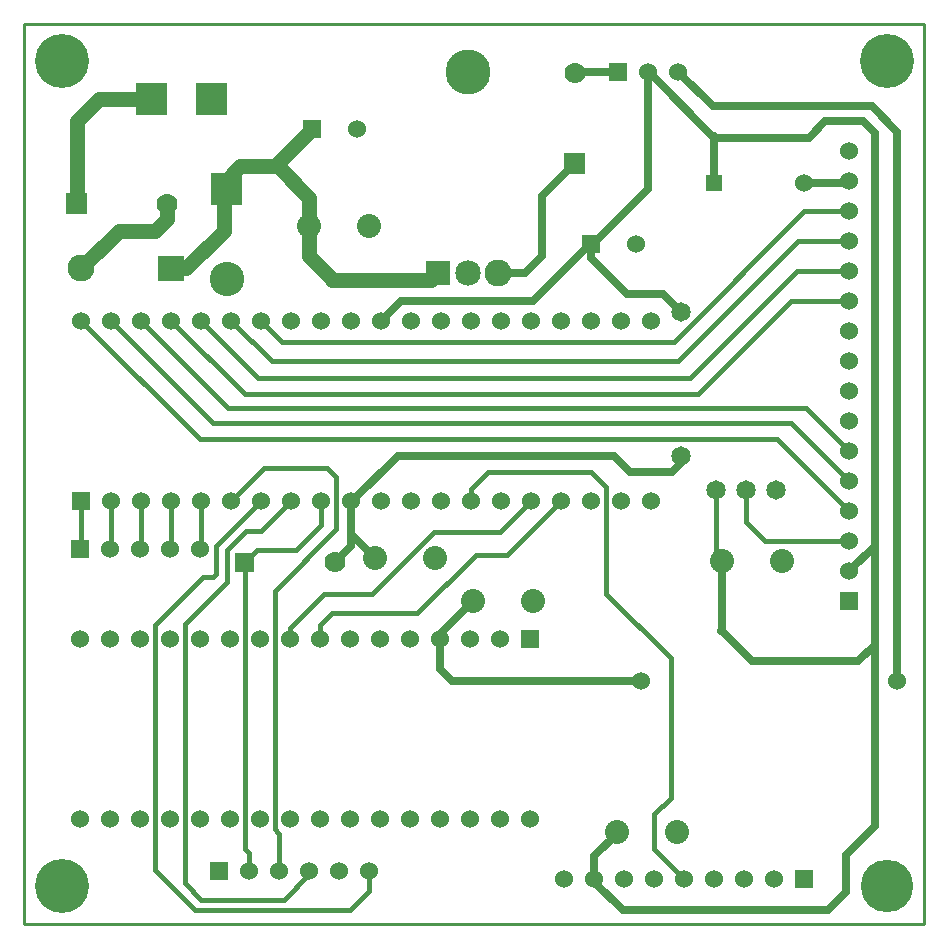
<source format=gbr>
G04 start of page 2 for group 0 idx 0 *
G04 Title: (unknown), top *
G04 Creator: pcb 20110918 *
G04 CreationDate: Sun 05 Oct 2014 04:27:27 PM GMT UTC *
G04 For: kyle *
G04 Format: Gerber/RS-274X *
G04 PCB-Dimensions: 300000 300000 *
G04 PCB-Coordinate-Origin: lower left *
%MOIN*%
%FSLAX25Y25*%
%LNTOP*%
%ADD368C,0.0780*%
%ADD367C,0.0400*%
%ADD366C,0.1300*%
%ADD365C,0.0300*%
%ADD364C,0.0380*%
%ADD363C,0.0280*%
%ADD362C,0.0350*%
%ADD361C,0.1450*%
%ADD360C,0.1750*%
%ADD359C,0.1800*%
%ADD358C,0.1150*%
%ADD357C,0.0700*%
%ADD356C,0.1500*%
%ADD355C,0.0850*%
%ADD354C,0.0800*%
%ADD353C,0.0650*%
%ADD352C,0.0900*%
%ADD351C,0.0001*%
%ADD350C,0.0600*%
%ADD349C,0.0150*%
%ADD348C,0.0250*%
%ADD347C,0.0500*%
%ADD346C,0.0100*%
G54D346*X0Y300000D02*Y0D01*
Y300000D02*X300000D01*
X0Y0D02*X300000D01*
Y300000D02*Y0D01*
G54D347*X47500Y240000D02*Y235000D01*
X43500Y231000D01*
X31500D01*
X19000Y218500D01*
X17500Y267500D02*Y240000D01*
X25000Y275000D02*X17500Y267500D01*
X42500Y275000D02*X25000D01*
X49000Y218500D02*X54000D01*
X66500Y231000D01*
Y244000D01*
X67500Y245000D01*
Y248000D01*
X72000Y252500D01*
X84500D01*
X95000Y242000D01*
X83500Y252500D02*X96000Y265000D01*
X95000Y222500D02*Y242000D01*
X135750Y214750D02*X138000Y217000D01*
X102750Y214750D02*X135750D01*
X95000Y222500D02*X102500Y215000D01*
G54D348*X198000Y284000D02*X184000D01*
X208000Y245000D02*X189500Y226500D01*
X208000Y284000D02*Y245000D01*
X189000Y226500D02*Y222000D01*
Y226500D02*X188500D01*
X184000Y284000D02*X183500Y283500D01*
X229500Y272500D02*X218000Y284000D01*
X208500Y283500D02*X230000Y262000D01*
X208000Y283500D02*X208500D01*
X230000Y257000D02*Y256500D01*
Y262500D02*Y247000D01*
G54D346*X274500D02*X275000Y247500D01*
G54D348*X260000Y247000D02*X274500D01*
G54D349*X275000Y237500D02*X260000D01*
X275000Y227500D02*X258000D01*
X275000Y217500D02*X257500D01*
X275000Y207500D02*X255500D01*
X260000Y237500D02*X216500Y194000D01*
X258000Y227500D02*X218000Y187500D01*
X257500Y217500D02*X222000Y182000D01*
X255500Y207500D02*X224500Y176500D01*
X275000Y157500D02*X260500Y172000D01*
X275000Y147500D02*X255500Y167000D01*
X275000Y137500D02*X251000Y161500D01*
G54D348*X291000Y81000D02*Y264000D01*
X283500Y263500D02*Y93000D01*
X277500Y87500D02*X242500D01*
X291000Y264000D02*X282500Y272500D01*
X229500D01*
X267000Y267500D02*X279500D01*
X283500Y263500D01*
X261500Y262000D02*X267000Y267500D01*
X230000Y262000D02*X261500D01*
G54D349*X240500Y144500D02*Y134000D01*
X247000Y127500D01*
X275000D01*
G54D348*X283500Y93000D02*X278000Y87500D01*
X283500Y126000D02*X275000Y117500D01*
G54D349*X230500Y123000D02*X232500Y121000D01*
X230500Y144500D02*Y123000D01*
G54D348*X232500Y98000D02*X232250Y97750D01*
X232500Y121000D02*Y98000D01*
X242500Y87500D02*X232500Y97500D01*
G54D349*X59000Y141000D02*Y125500D01*
X58500Y125000D01*
X49000Y141000D02*Y125500D01*
X48500Y125000D01*
X64000Y116500D02*Y126000D01*
X67500Y124500D02*Y114000D01*
X39000Y141000D02*Y125500D01*
X38500Y125000D01*
X29000Y141000D02*Y125500D01*
X28500Y125000D01*
X19000Y141000D02*Y125500D01*
X18500Y125000D01*
X80000Y152000D02*X69000Y141000D01*
X67500Y124500D02*X74000Y131000D01*
X79000D01*
X64000Y126000D02*X79000Y141000D01*
X73500Y120500D02*X77500Y124500D01*
X136500Y130500D02*X158500D01*
X169000Y141000D01*
X100000Y110000D02*X116000D01*
X136500Y130500D01*
X102500Y103500D02*X131000D01*
G54D348*X109000Y126000D02*X103500Y120500D01*
X109000Y132000D02*Y126000D01*
Y141000D02*Y130000D01*
G54D349*X131000Y103500D02*X150500Y123000D01*
G54D348*X138500Y85000D02*X142500Y81000D01*
X138500Y85000D02*Y96500D01*
X149500Y107500D01*
G54D349*X150500Y123000D02*X161000D01*
X179000Y141000D01*
X194000Y145500D02*Y110000D01*
X215500Y88500D01*
X88500Y95000D02*Y98500D01*
X100000Y110000D01*
X98500Y95000D02*Y99500D01*
X102500Y103500D01*
X83500Y111000D02*X104000Y131500D01*
X77500Y124500D02*X90500D01*
X99000Y133000D01*
X104000Y131500D02*Y149000D01*
X99000Y133000D02*Y141000D01*
X104000Y149000D02*X101000Y152000D01*
X80000D01*
X79000Y131000D02*X89000Y141000D01*
X85000Y17500D02*Y30000D01*
X83500Y31500D01*
X75000Y17500D02*Y23500D01*
X73500Y25000D01*
X95000Y17500D02*Y16500D01*
X86500Y8000D01*
X115000Y17500D02*Y11000D01*
X108500Y4500D01*
X59000Y8000D02*X53500Y13500D01*
X57000Y4500D02*X43500Y18000D01*
X83500Y31500D02*Y111000D01*
X73500Y25000D02*Y107500D01*
X53500Y13500D02*Y99000D01*
X43500Y18000D02*Y99500D01*
X59500Y115500D01*
X63000D01*
X64000Y116500D01*
X53500Y98500D02*Y100000D01*
X67500Y114000D01*
X73500Y107000D02*Y120500D01*
X86500Y8000D02*X59000D01*
X108500Y4500D02*X57000D01*
G54D348*X268000D02*X199500D01*
X274000Y10500D02*X268000Y4500D01*
G54D349*X210000Y25000D02*X220000Y15000D01*
G54D348*X190000Y22500D02*X197500Y30000D01*
X190000Y15000D02*Y22500D01*
Y15000D02*Y15500D01*
X199500Y4500D02*X190000Y14000D01*
X283500Y32500D02*X274250Y23250D01*
X283500Y93500D02*Y32500D01*
X274000Y23000D02*Y10500D01*
X142500Y81000D02*X205500D01*
G54D349*X215500Y88500D02*Y42000D01*
X210000Y36500D01*
Y25000D01*
G54D348*X167000Y217000D02*X172500Y222500D01*
Y242500D01*
X158000Y217000D02*X167000D01*
G54D349*X216500Y194000D02*X86000D01*
X218000Y187500D02*X82500D01*
X222000Y182000D02*X78000D01*
G54D348*X125500Y207500D02*X119000Y201000D01*
X169500Y207500D02*X125500D01*
X172500Y242500D02*X183500Y253500D01*
X213000Y210000D02*X219000Y204000D01*
X201000Y210000D02*X213000D01*
X189000Y222000D02*X201000Y210000D01*
X188500Y226500D02*X169500Y207500D01*
G54D349*X86000Y194000D02*X79000Y201000D01*
X82500Y187500D02*X69000Y201000D01*
X78000Y182000D02*X59000Y201000D01*
X73500Y176500D02*X49000Y201000D01*
X68000Y172000D02*X39000Y201000D01*
X63000Y167000D02*X29000Y201000D01*
X58500Y161500D02*X19000Y201000D01*
X224500Y176500D02*X73500D01*
X260500Y172000D02*X68000D01*
X255500Y167000D02*X63000D01*
X251000Y161500D02*X58500D01*
X149000Y141000D02*Y145000D01*
X154500Y150500D01*
G54D348*X117000Y122000D02*X109000Y130000D01*
X219000Y156000D02*Y153500D01*
X124500Y156000D02*X124250Y155750D01*
X196500Y156000D02*X124500D01*
X202000Y150500D02*X196500Y156000D01*
X219000Y153500D02*X216000Y150500D01*
G54D349*X154500D02*X189000D01*
X194000Y145500D01*
G54D346*X230000Y144000D02*X230500Y144500D01*
G54D348*X216000Y150500D02*X202000D01*
X124500Y156000D02*X109000Y140500D01*
G54D350*X149000Y141000D03*
X159000D03*
X169000D03*
X179000D03*
X199000D03*
X209000D03*
Y201000D03*
X199000D03*
X189000D03*
X179000D03*
X169000D03*
X159000D03*
X149000D03*
X139000D03*
G54D351*G36*
X134000Y221000D02*Y213000D01*
X142000D01*
Y221000D01*
X134000D01*
G37*
G54D352*X158000Y217000D03*
G54D350*X189000Y141000D03*
G54D353*X250500Y144500D03*
X240500D03*
X230500D03*
G54D351*G36*
X272000Y110500D02*Y104500D01*
X278000D01*
Y110500D01*
X272000D01*
G37*
G54D354*X169500Y107500D03*
X149500D03*
G54D350*X275000Y117500D03*
Y127500D03*
Y137500D03*
Y147500D03*
G54D354*X252500Y121000D03*
X232500D03*
G54D350*X275000Y157500D03*
Y167500D03*
Y177500D03*
Y187500D03*
Y197500D03*
Y207500D03*
Y217500D03*
Y227500D03*
Y237500D03*
Y247500D03*
Y257500D03*
G54D351*G36*
X227250Y249750D02*Y244250D01*
X232750D01*
Y249750D01*
X227250D01*
G37*
G36*
X186000Y229500D02*Y223500D01*
X192000D01*
Y229500D01*
X186000D01*
G37*
G54D350*X204000Y226500D03*
X260000Y247000D03*
G54D355*X148000Y217000D03*
G54D356*Y284000D03*
G54D351*G36*
X180000Y257000D02*Y250000D01*
X187000D01*
Y257000D01*
X180000D01*
G37*
G54D357*X183500Y283500D03*
G54D351*G36*
X195000Y287000D02*Y281000D01*
X201000D01*
Y287000D01*
X195000D01*
G37*
G54D350*X208000Y284000D03*
X218000D03*
X99000Y141000D03*
X109000D03*
X119000D03*
X129000D03*
X139000D03*
G54D354*X137000Y122000D03*
X117000D03*
G54D350*X49000Y141000D03*
X59000D03*
X69000D03*
X79000D03*
G54D351*G36*
X16000Y144000D02*Y138000D01*
X22000D01*
Y144000D01*
X16000D01*
G37*
G54D350*X29000Y141000D03*
X39000D03*
X89000D03*
G54D351*G36*
X70250Y123750D02*Y117250D01*
X76750D01*
Y123750D01*
X70250D01*
G37*
G54D357*X103500Y120500D03*
G54D351*G36*
X15500Y128000D02*Y122000D01*
X21500D01*
Y128000D01*
X15500D01*
G37*
G54D350*X28500Y125000D03*
X38500D03*
X48500D03*
X58500D03*
X129000Y201000D03*
X119000D03*
X109000D03*
X99000D03*
G54D351*G36*
X93000Y268000D02*Y262000D01*
X99000D01*
Y268000D01*
X93000D01*
G37*
G54D350*X111000Y265000D03*
G54D354*X115000Y232500D03*
X95000D03*
G54D350*X89000Y201000D03*
X79000D03*
X69000D03*
X59000D03*
X49000D03*
G54D357*X47500Y240000D03*
G54D351*G36*
X44750Y222750D02*Y214250D01*
X53250D01*
Y222750D01*
X44750D01*
G37*
G36*
X62250Y250250D02*Y239750D01*
X72750D01*
Y250250D01*
X62250D01*
G37*
G54D358*X67500Y215000D03*
G54D351*G36*
X57250Y280250D02*Y269750D01*
X67750D01*
Y280250D01*
X57250D01*
G37*
G54D350*X39000Y201000D03*
G54D351*G36*
X37250Y280250D02*Y269750D01*
X47750D01*
Y280250D01*
X37250D01*
G37*
G54D350*X29000Y201000D03*
X19000D03*
G54D351*G36*
X14000Y243500D02*Y236500D01*
X21000D01*
Y243500D01*
X14000D01*
G37*
G54D352*X19000Y218500D03*
G54D351*G36*
X257000Y18000D02*Y12000D01*
X263000D01*
Y18000D01*
X257000D01*
G37*
G54D350*X250000Y15000D03*
X240000D03*
X230000D03*
X220000D03*
X210000D03*
X200000D03*
X190000D03*
X180000D03*
G54D351*G36*
X62000Y20500D02*Y14500D01*
X68000D01*
Y20500D01*
X62000D01*
G37*
G54D350*X75000Y17500D03*
X85000D03*
X95000D03*
X105000D03*
X115000D03*
G54D351*G36*
X165500Y98000D02*Y92000D01*
X171500D01*
Y98000D01*
X165500D01*
G37*
G54D350*X158500Y95000D03*
X148500D03*
X138500D03*
X128500D03*
X118500D03*
X108500D03*
X98500D03*
X88500D03*
X78500D03*
X68500D03*
X58500D03*
X48500D03*
X38500D03*
X28500D03*
X18500D03*
Y35000D03*
X28500D03*
X38500D03*
X48500D03*
X58500D03*
X68500D03*
X78500D03*
X88500D03*
X98500D03*
X108500D03*
X118500D03*
X128500D03*
X138500D03*
X148500D03*
X158500D03*
X168500D03*
G54D354*X217500Y30500D03*
X197500D03*
G54D359*X287500Y287500D03*
G54D360*Y12500D03*
G54D350*X291000Y81000D03*
G54D353*X219000Y156000D03*
Y204000D03*
G54D359*X12500Y287500D03*
Y12500D03*
G54D350*X205500Y81000D03*
G54D361*G54D362*G54D361*G54D362*G54D363*G54D350*G54D363*G54D364*G54D362*G54D364*G54D362*G54D364*G54D365*G54D350*G54D366*G54D367*G54D364*G54D363*G54D362*G54D363*G54D365*G54D364*G54D363*G54D365*G54D362*G54D363*G54D367*G54D350*G54D357*G54D368*G54D363*G54D368*G54D363*G54D367*G54D347*G54D364*G54D363*G54D362*M02*

</source>
